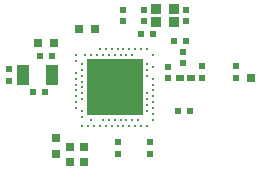
<source format=gtp>
G04*
G04 #@! TF.GenerationSoftware,Altium Limited,Altium Designer,19.0.10 (269)*
G04*
G04 Layer_Color=8421504*
%FSLAX24Y24*%
%MOIN*%
G70*
G01*
G75*
%ADD13R,0.0236X0.0197*%
%ADD14R,0.0197X0.0236*%
%ADD15R,0.0256X0.0197*%
%ADD16R,0.0300X0.0300*%
%ADD17R,0.0394X0.0709*%
%ADD18R,0.1909X0.1909*%
%ADD19C,0.0118*%
%ADD20R,0.0295X0.0315*%
%ADD21R,0.0315X0.0295*%
%ADD22R,0.0374X0.0335*%
D13*
X2520Y-787D02*
D03*
X2126D02*
D03*
X2362Y1545D02*
D03*
X1969D02*
D03*
X-2708Y-167D02*
D03*
X-2314D02*
D03*
X-2490Y1033D02*
D03*
X-2096D02*
D03*
X1270Y1791D02*
D03*
X876D02*
D03*
D14*
X4039Y323D02*
D03*
Y717D02*
D03*
X1792Y699D02*
D03*
Y305D02*
D03*
X2266Y803D02*
D03*
Y1197D02*
D03*
X2916Y717D02*
D03*
Y323D02*
D03*
X-3515Y610D02*
D03*
Y217D02*
D03*
X266Y2598D02*
D03*
Y2205D02*
D03*
X978Y2597D02*
D03*
Y2203D02*
D03*
X2378Y2203D02*
D03*
Y2597D02*
D03*
X98Y-2215D02*
D03*
Y-1821D02*
D03*
X1191Y-2215D02*
D03*
Y-1821D02*
D03*
D15*
X2539Y302D02*
D03*
X2165Y302D02*
D03*
D16*
X4550Y300D02*
D03*
D17*
X-3062Y404D02*
D03*
X-2078D02*
D03*
D18*
X0Y0D02*
D03*
D19*
X1083Y-1280D02*
D03*
X886D02*
D03*
X689D02*
D03*
X492D02*
D03*
X295D02*
D03*
X98D02*
D03*
X-98D02*
D03*
X-295D02*
D03*
X-492D02*
D03*
X-689D02*
D03*
X-886D02*
D03*
X-1083D02*
D03*
X1280Y-1083D02*
D03*
X787D02*
D03*
X591D02*
D03*
X394D02*
D03*
X197D02*
D03*
X0D02*
D03*
X-197D02*
D03*
X-394D02*
D03*
X-787D02*
D03*
X-1083Y-984D02*
D03*
X1280Y-886D02*
D03*
X1083Y-787D02*
D03*
X-1083D02*
D03*
X1280Y-689D02*
D03*
X-1280D02*
D03*
X1083Y-591D02*
D03*
X1280Y-492D02*
D03*
X-1280D02*
D03*
X1083Y-394D02*
D03*
X-1083D02*
D03*
X1280Y-295D02*
D03*
X-1280D02*
D03*
X1083Y-197D02*
D03*
X-1083D02*
D03*
X1280Y-98D02*
D03*
X-1280D02*
D03*
X-1083Y0D02*
D03*
X1280Y98D02*
D03*
X-1280D02*
D03*
X-1083Y197D02*
D03*
X1280Y295D02*
D03*
X-1280D02*
D03*
X1083Y394D02*
D03*
X-1083D02*
D03*
X-1280Y492D02*
D03*
X1083Y591D02*
D03*
X-1083D02*
D03*
X1280Y689D02*
D03*
X-1083Y787D02*
D03*
X-1280Y886D02*
D03*
X1083Y787D02*
D03*
X1280Y1083D02*
D03*
X591D02*
D03*
X394D02*
D03*
X197D02*
D03*
X0D02*
D03*
X-197D02*
D03*
X-394D02*
D03*
X-591D02*
D03*
X-787D02*
D03*
X-984D02*
D03*
X-1280D02*
D03*
X1083Y1280D02*
D03*
X689D02*
D03*
X492D02*
D03*
X295D02*
D03*
X98D02*
D03*
X-98D02*
D03*
X-295D02*
D03*
X-492D02*
D03*
X886D02*
D03*
D20*
X-659Y1959D02*
D03*
X-1191D02*
D03*
X-2018Y1467D02*
D03*
X-2549D02*
D03*
D21*
X-1033Y-1969D02*
D03*
Y-2500D02*
D03*
X-1496Y-1969D02*
D03*
Y-2500D02*
D03*
X-1963Y-1683D02*
D03*
Y-2215D02*
D03*
D22*
X1963Y2173D02*
D03*
Y2626D02*
D03*
X1392D02*
D03*
Y2173D02*
D03*
M02*

</source>
